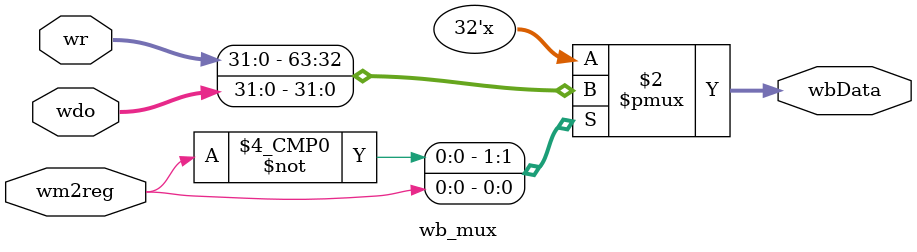
<source format=v>
`timescale 1ns / 1ps


module wb_mux(
    input [31:0] wr,
    input [31:0] wdo,
    input wm2reg,
    output reg [31:0] wbData
    );
    always @(*) begin
        case(wm2reg) 
            1'b0: wbData <= wr;
            1'b1: wbData <= wdo; 
        endcase
    end
    
endmodule

</source>
